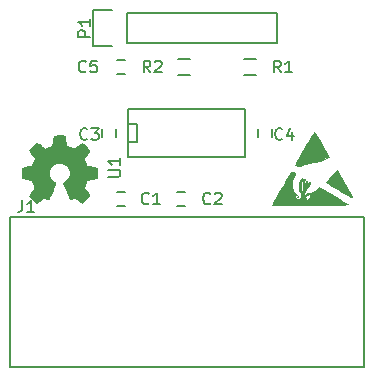
<source format=gto>
G04 #@! TF.FileFunction,Legend,Top*
%FSLAX46Y46*%
G04 Gerber Fmt 4.6, Leading zero omitted, Abs format (unit mm)*
G04 Created by KiCad (PCBNEW (2014-11-24 BZR 5301)-product) date Sat Mar 28 18:02:35 2015*
%MOMM*%
G01*
G04 APERTURE LIST*
%ADD10C,0.100000*%
%ADD11C,0.002540*%
%ADD12C,0.150000*%
G04 APERTURE END LIST*
D10*
G36*
X151549100Y-98221018D02*
X151487719Y-98240355D01*
X151268862Y-98257391D01*
X150904373Y-98271836D01*
X150406098Y-98283400D01*
X149785881Y-98291796D01*
X149055567Y-98296734D01*
X148395266Y-98298000D01*
X147674016Y-98296874D01*
X147008734Y-98293665D01*
X146417762Y-98288626D01*
X145919439Y-98282009D01*
X145532105Y-98274068D01*
X145274099Y-98265057D01*
X145163763Y-98255227D01*
X145161000Y-98253377D01*
X145201130Y-98167769D01*
X145310558Y-97964816D01*
X145472841Y-97673196D01*
X145671538Y-97321588D01*
X145890205Y-96938668D01*
X146112399Y-96553115D01*
X146321679Y-96193605D01*
X146501602Y-95888817D01*
X146635724Y-95667427D01*
X146702648Y-95564584D01*
X146806872Y-95463474D01*
X146922523Y-95494957D01*
X146976198Y-95532109D01*
X147071348Y-95613450D01*
X147088253Y-95699166D01*
X147023247Y-95843667D01*
X146946282Y-95976339D01*
X146840909Y-96172474D01*
X146797442Y-96335979D01*
X146808744Y-96534766D01*
X146859763Y-96799586D01*
X146945423Y-97117308D01*
X147045209Y-97299512D01*
X147142683Y-97368905D01*
X147255533Y-97423229D01*
X147214075Y-97443527D01*
X147168854Y-97445967D01*
X147067520Y-97474433D01*
X147087231Y-97579011D01*
X147111083Y-97625805D01*
X147255301Y-97767343D01*
X147421814Y-97771314D01*
X147556281Y-97651147D01*
X147601786Y-97504519D01*
X147592845Y-97297152D01*
X147538286Y-97170086D01*
X147462040Y-97006671D01*
X147439956Y-96762739D01*
X147464182Y-96489933D01*
X147526868Y-96239895D01*
X147620162Y-96064267D01*
X147714346Y-96012000D01*
X147750041Y-96060071D01*
X147695680Y-96145410D01*
X147621439Y-96309015D01*
X147575286Y-96548312D01*
X147561655Y-96799816D01*
X147584977Y-97000045D01*
X147630503Y-97079091D01*
X147739829Y-97082957D01*
X147800275Y-96966200D01*
X147795710Y-96774333D01*
X147770829Y-96683163D01*
X147737656Y-96401516D01*
X147782455Y-96272001D01*
X147880915Y-96120467D01*
X147918776Y-96118433D01*
X147876720Y-96259077D01*
X147859139Y-96299091D01*
X147811176Y-96524599D01*
X147858379Y-96658925D01*
X147920539Y-96744373D01*
X147946773Y-96694404D01*
X147952425Y-96546164D01*
X147974760Y-96345442D01*
X148025195Y-96232738D01*
X148027436Y-96231226D01*
X148067727Y-96265944D01*
X148059899Y-96395562D01*
X148061868Y-96558898D01*
X148118174Y-96604667D01*
X148191733Y-96539867D01*
X148191545Y-96483219D01*
X148193325Y-96385290D01*
X148290176Y-96352967D01*
X148384002Y-96350667D01*
X148384283Y-96408642D01*
X148293620Y-96559245D01*
X148162631Y-96731063D01*
X147986066Y-96960221D01*
X147901412Y-97130881D01*
X147886433Y-97309622D01*
X147908150Y-97493063D01*
X147978604Y-97763273D01*
X148085790Y-97869524D01*
X148232170Y-97813685D01*
X148276733Y-97773067D01*
X148361648Y-97622393D01*
X148368833Y-97465427D01*
X148299742Y-97371961D01*
X148268267Y-97366667D01*
X148116383Y-97421684D01*
X148051584Y-97472500D01*
X147979543Y-97527306D01*
X147996077Y-97444552D01*
X148004285Y-97422584D01*
X148103163Y-97310322D01*
X148284468Y-97310516D01*
X148461279Y-97306864D01*
X148646289Y-97204615D01*
X148808347Y-97061060D01*
X149111361Y-96767924D01*
X150290014Y-97455980D01*
X150694712Y-97694019D01*
X151049738Y-97906215D01*
X151328342Y-98076315D01*
X151503773Y-98188065D01*
X151549100Y-98221018D01*
X151549100Y-98221018D01*
X151549100Y-98221018D01*
G37*
X151549100Y-98221018D02*
X151487719Y-98240355D01*
X151268862Y-98257391D01*
X150904373Y-98271836D01*
X150406098Y-98283400D01*
X149785881Y-98291796D01*
X149055567Y-98296734D01*
X148395266Y-98298000D01*
X147674016Y-98296874D01*
X147008734Y-98293665D01*
X146417762Y-98288626D01*
X145919439Y-98282009D01*
X145532105Y-98274068D01*
X145274099Y-98265057D01*
X145163763Y-98255227D01*
X145161000Y-98253377D01*
X145201130Y-98167769D01*
X145310558Y-97964816D01*
X145472841Y-97673196D01*
X145671538Y-97321588D01*
X145890205Y-96938668D01*
X146112399Y-96553115D01*
X146321679Y-96193605D01*
X146501602Y-95888817D01*
X146635724Y-95667427D01*
X146702648Y-95564584D01*
X146806872Y-95463474D01*
X146922523Y-95494957D01*
X146976198Y-95532109D01*
X147071348Y-95613450D01*
X147088253Y-95699166D01*
X147023247Y-95843667D01*
X146946282Y-95976339D01*
X146840909Y-96172474D01*
X146797442Y-96335979D01*
X146808744Y-96534766D01*
X146859763Y-96799586D01*
X146945423Y-97117308D01*
X147045209Y-97299512D01*
X147142683Y-97368905D01*
X147255533Y-97423229D01*
X147214075Y-97443527D01*
X147168854Y-97445967D01*
X147067520Y-97474433D01*
X147087231Y-97579011D01*
X147111083Y-97625805D01*
X147255301Y-97767343D01*
X147421814Y-97771314D01*
X147556281Y-97651147D01*
X147601786Y-97504519D01*
X147592845Y-97297152D01*
X147538286Y-97170086D01*
X147462040Y-97006671D01*
X147439956Y-96762739D01*
X147464182Y-96489933D01*
X147526868Y-96239895D01*
X147620162Y-96064267D01*
X147714346Y-96012000D01*
X147750041Y-96060071D01*
X147695680Y-96145410D01*
X147621439Y-96309015D01*
X147575286Y-96548312D01*
X147561655Y-96799816D01*
X147584977Y-97000045D01*
X147630503Y-97079091D01*
X147739829Y-97082957D01*
X147800275Y-96966200D01*
X147795710Y-96774333D01*
X147770829Y-96683163D01*
X147737656Y-96401516D01*
X147782455Y-96272001D01*
X147880915Y-96120467D01*
X147918776Y-96118433D01*
X147876720Y-96259077D01*
X147859139Y-96299091D01*
X147811176Y-96524599D01*
X147858379Y-96658925D01*
X147920539Y-96744373D01*
X147946773Y-96694404D01*
X147952425Y-96546164D01*
X147974760Y-96345442D01*
X148025195Y-96232738D01*
X148027436Y-96231226D01*
X148067727Y-96265944D01*
X148059899Y-96395562D01*
X148061868Y-96558898D01*
X148118174Y-96604667D01*
X148191733Y-96539867D01*
X148191545Y-96483219D01*
X148193325Y-96385290D01*
X148290176Y-96352967D01*
X148384002Y-96350667D01*
X148384283Y-96408642D01*
X148293620Y-96559245D01*
X148162631Y-96731063D01*
X147986066Y-96960221D01*
X147901412Y-97130881D01*
X147886433Y-97309622D01*
X147908150Y-97493063D01*
X147978604Y-97763273D01*
X148085790Y-97869524D01*
X148232170Y-97813685D01*
X148276733Y-97773067D01*
X148361648Y-97622393D01*
X148368833Y-97465427D01*
X148299742Y-97371961D01*
X148268267Y-97366667D01*
X148116383Y-97421684D01*
X148051584Y-97472500D01*
X147979543Y-97527306D01*
X147996077Y-97444552D01*
X148004285Y-97422584D01*
X148103163Y-97310322D01*
X148284468Y-97310516D01*
X148461279Y-97306864D01*
X148646289Y-97204615D01*
X148808347Y-97061060D01*
X149111361Y-96767924D01*
X150290014Y-97455980D01*
X150694712Y-97694019D01*
X151049738Y-97906215D01*
X151328342Y-98076315D01*
X151503773Y-98188065D01*
X151549100Y-98221018D01*
X151549100Y-98221018D01*
G36*
X147362333Y-97578334D02*
X147320000Y-97620667D01*
X147277667Y-97578334D01*
X147320000Y-97536000D01*
X147362333Y-97578334D01*
X147362333Y-97578334D01*
X147362333Y-97578334D01*
G37*
X147362333Y-97578334D02*
X147320000Y-97620667D01*
X147277667Y-97578334D01*
X147320000Y-97536000D01*
X147362333Y-97578334D01*
X147362333Y-97578334D01*
G36*
X151884378Y-97591377D02*
X151874402Y-97613331D01*
X151780811Y-97569998D01*
X151569683Y-97456006D01*
X151269160Y-97287022D01*
X150907383Y-97078708D01*
X150771656Y-96999498D01*
X150400534Y-96778444D01*
X150088084Y-96585243D01*
X149860541Y-96436670D01*
X149744138Y-96349498D01*
X149734489Y-96336323D01*
X149786992Y-96251034D01*
X149927249Y-96076960D01*
X150127074Y-95848730D01*
X150168503Y-95803136D01*
X150604007Y-95326626D01*
X151063084Y-96113813D01*
X151278901Y-96483909D01*
X151487206Y-96841179D01*
X151658226Y-97134556D01*
X151731816Y-97260834D01*
X151839182Y-97464416D01*
X151884378Y-97591377D01*
X151884378Y-97591377D01*
X151884378Y-97591377D01*
G37*
X151884378Y-97591377D02*
X151874402Y-97613331D01*
X151780811Y-97569998D01*
X151569683Y-97456006D01*
X151269160Y-97287022D01*
X150907383Y-97078708D01*
X150771656Y-96999498D01*
X150400534Y-96778444D01*
X150088084Y-96585243D01*
X149860541Y-96436670D01*
X149744138Y-96349498D01*
X149734489Y-96336323D01*
X149786992Y-96251034D01*
X149927249Y-96076960D01*
X150127074Y-95848730D01*
X150168503Y-95803136D01*
X150604007Y-95326626D01*
X151063084Y-96113813D01*
X151278901Y-96483909D01*
X151487206Y-96841179D01*
X151658226Y-97134556D01*
X151731816Y-97260834D01*
X151839182Y-97464416D01*
X151884378Y-97591377D01*
X151884378Y-97591377D01*
G36*
X149967850Y-94191667D02*
X149668565Y-94348283D01*
X149443435Y-94435335D01*
X149112563Y-94526836D01*
X148738222Y-94606147D01*
X148641630Y-94622690D01*
X148251450Y-94701151D01*
X147924711Y-94795527D01*
X147711166Y-94891145D01*
X147696146Y-94901534D01*
X147504256Y-95006741D01*
X147344819Y-94989451D01*
X147314489Y-94974474D01*
X147172915Y-94895609D01*
X147124255Y-94865380D01*
X147150086Y-94785275D01*
X147248798Y-94588889D01*
X147404110Y-94303898D01*
X147599737Y-93957978D01*
X147819396Y-93578805D01*
X148046805Y-93194054D01*
X148265680Y-92831401D01*
X148459737Y-92518521D01*
X148612695Y-92283091D01*
X148708269Y-92152786D01*
X148730198Y-92135844D01*
X148796816Y-92214500D01*
X148928840Y-92413360D01*
X149108920Y-92704892D01*
X149319706Y-93061565D01*
X149385655Y-93175966D01*
X149967850Y-94191667D01*
X149967850Y-94191667D01*
X149967850Y-94191667D01*
G37*
X149967850Y-94191667D02*
X149668565Y-94348283D01*
X149443435Y-94435335D01*
X149112563Y-94526836D01*
X148738222Y-94606147D01*
X148641630Y-94622690D01*
X148251450Y-94701151D01*
X147924711Y-94795527D01*
X147711166Y-94891145D01*
X147696146Y-94901534D01*
X147504256Y-95006741D01*
X147344819Y-94989451D01*
X147314489Y-94974474D01*
X147172915Y-94895609D01*
X147124255Y-94865380D01*
X147150086Y-94785275D01*
X147248798Y-94588889D01*
X147404110Y-94303898D01*
X147599737Y-93957978D01*
X147819396Y-93578805D01*
X148046805Y-93194054D01*
X148265680Y-92831401D01*
X148459737Y-92518521D01*
X148612695Y-92283091D01*
X148708269Y-92152786D01*
X148730198Y-92135844D01*
X148796816Y-92214500D01*
X148928840Y-92413360D01*
X149108920Y-92704892D01*
X149319706Y-93061565D01*
X149385655Y-93175966D01*
X149967850Y-94191667D01*
X149967850Y-94191667D01*
D11*
G36*
X125201680Y-98102420D02*
X125237240Y-98084640D01*
X125310900Y-98036380D01*
X125417580Y-97967800D01*
X125542040Y-97883980D01*
X125666500Y-97797620D01*
X125770640Y-97729040D01*
X125844300Y-97683320D01*
X125874780Y-97665540D01*
X125890020Y-97673160D01*
X125950980Y-97701100D01*
X126037340Y-97746820D01*
X126085600Y-97772220D01*
X126166880Y-97807780D01*
X126204980Y-97812860D01*
X126212600Y-97802700D01*
X126240540Y-97741740D01*
X126286260Y-97637600D01*
X126347220Y-97500440D01*
X126415800Y-97337880D01*
X126489460Y-97165160D01*
X126563120Y-96987360D01*
X126634240Y-96819720D01*
X126695200Y-96667320D01*
X126746000Y-96542860D01*
X126779020Y-96456500D01*
X126789180Y-96420940D01*
X126786640Y-96413320D01*
X126746000Y-96372680D01*
X126677420Y-96321880D01*
X126527560Y-96199960D01*
X126377700Y-96014540D01*
X126288800Y-95803720D01*
X126258320Y-95570040D01*
X126283720Y-95354140D01*
X126370080Y-95145860D01*
X126514860Y-94960440D01*
X126690120Y-94820740D01*
X126895860Y-94731840D01*
X127127000Y-94703900D01*
X127347980Y-94729300D01*
X127561340Y-94813120D01*
X127746760Y-94955360D01*
X127825500Y-95046800D01*
X127934720Y-95237300D01*
X127998220Y-95437960D01*
X128003300Y-95491300D01*
X127995680Y-95712280D01*
X127929640Y-95925640D01*
X127810260Y-96118680D01*
X127647700Y-96273620D01*
X127627380Y-96288860D01*
X127551180Y-96344740D01*
X127500380Y-96385380D01*
X127462280Y-96418400D01*
X127744220Y-97101660D01*
X127789940Y-97210880D01*
X127868680Y-97396300D01*
X127937260Y-97556320D01*
X127990600Y-97685860D01*
X128028700Y-97772220D01*
X128046480Y-97805240D01*
X128049020Y-97807780D01*
X128071880Y-97812860D01*
X128125220Y-97792540D01*
X128219200Y-97746820D01*
X128282700Y-97713800D01*
X128356360Y-97678240D01*
X128389380Y-97665540D01*
X128417320Y-97680780D01*
X128485900Y-97726500D01*
X128587500Y-97795080D01*
X128709420Y-97876360D01*
X128826260Y-97957640D01*
X128932940Y-98026220D01*
X129011680Y-98077020D01*
X129049780Y-98097340D01*
X129054860Y-98097340D01*
X129090420Y-98079560D01*
X129151380Y-98026220D01*
X129242820Y-97939860D01*
X129374900Y-97810320D01*
X129395220Y-97790000D01*
X129504440Y-97678240D01*
X129590800Y-97586800D01*
X129651760Y-97520760D01*
X129672080Y-97490280D01*
X129672080Y-97490280D01*
X129651760Y-97454720D01*
X129603500Y-97375980D01*
X129532380Y-97266760D01*
X129446020Y-97139760D01*
X129219960Y-96812100D01*
X129344420Y-96502220D01*
X129382520Y-96405700D01*
X129430780Y-96291400D01*
X129466340Y-96210120D01*
X129484120Y-96172020D01*
X129519680Y-96161860D01*
X129603500Y-96141540D01*
X129725420Y-96116140D01*
X129872740Y-96088200D01*
X130012440Y-96062800D01*
X130139440Y-96037400D01*
X130230880Y-96019620D01*
X130271520Y-96012000D01*
X130281680Y-96006920D01*
X130289300Y-95986600D01*
X130296920Y-95943420D01*
X130299460Y-95867220D01*
X130299460Y-95745300D01*
X130299460Y-95570040D01*
X130299460Y-95552260D01*
X130299460Y-95384620D01*
X130296920Y-95252540D01*
X130291840Y-95166180D01*
X130286760Y-95130620D01*
X130284220Y-95130620D01*
X130246120Y-95120460D01*
X130157220Y-95102680D01*
X130030220Y-95077280D01*
X129880360Y-95049340D01*
X129870200Y-95046800D01*
X129720340Y-95018860D01*
X129593340Y-94990920D01*
X129506980Y-94970600D01*
X129468880Y-94960440D01*
X129461260Y-94950280D01*
X129430780Y-94891860D01*
X129387600Y-94797880D01*
X129336800Y-94683580D01*
X129288540Y-94566740D01*
X129245360Y-94460060D01*
X129217420Y-94381320D01*
X129209800Y-94345760D01*
X129209800Y-94343220D01*
X129232660Y-94307660D01*
X129283460Y-94231460D01*
X129357120Y-94122240D01*
X129443480Y-93995240D01*
X129451100Y-93985080D01*
X129537460Y-93858080D01*
X129608580Y-93751400D01*
X129654300Y-93675200D01*
X129672080Y-93639640D01*
X129672080Y-93637100D01*
X129644140Y-93599000D01*
X129578100Y-93527880D01*
X129486660Y-93431360D01*
X129374900Y-93319600D01*
X129339340Y-93284040D01*
X129214880Y-93164660D01*
X129131060Y-93083380D01*
X129077720Y-93042740D01*
X129052320Y-93032580D01*
X129049780Y-93035120D01*
X129011680Y-93057980D01*
X128932940Y-93108780D01*
X128823720Y-93182440D01*
X128694180Y-93271340D01*
X128684020Y-93276420D01*
X128559560Y-93362780D01*
X128452880Y-93433900D01*
X128376680Y-93484700D01*
X128343660Y-93505020D01*
X128338580Y-93505020D01*
X128287780Y-93489780D01*
X128196340Y-93456760D01*
X128087120Y-93413580D01*
X127967740Y-93367860D01*
X127861060Y-93322140D01*
X127782320Y-93284040D01*
X127744220Y-93263720D01*
X127744220Y-93261180D01*
X127728980Y-93215460D01*
X127708660Y-93121480D01*
X127680720Y-92991940D01*
X127650240Y-92834460D01*
X127647700Y-92811600D01*
X127617220Y-92659200D01*
X127594360Y-92534740D01*
X127576580Y-92448380D01*
X127566420Y-92412820D01*
X127546100Y-92407740D01*
X127472440Y-92402660D01*
X127358140Y-92400120D01*
X127223520Y-92397580D01*
X127078740Y-92397580D01*
X126939040Y-92402660D01*
X126819660Y-92405200D01*
X126733300Y-92412820D01*
X126697740Y-92417900D01*
X126697740Y-92420440D01*
X126682500Y-92468700D01*
X126662180Y-92562680D01*
X126636780Y-92694760D01*
X126606300Y-92849700D01*
X126601220Y-92877640D01*
X126573280Y-93027500D01*
X126547880Y-93151960D01*
X126527560Y-93238320D01*
X126519940Y-93271340D01*
X126504700Y-93278960D01*
X126443740Y-93304360D01*
X126342140Y-93347540D01*
X126217680Y-93398340D01*
X125925580Y-93515180D01*
X125569980Y-93271340D01*
X125536960Y-93248480D01*
X125409960Y-93162120D01*
X125303280Y-93091000D01*
X125229620Y-93045280D01*
X125199140Y-93027500D01*
X125196600Y-93027500D01*
X125161040Y-93060520D01*
X125092460Y-93126560D01*
X124995940Y-93220540D01*
X124881640Y-93332300D01*
X124800360Y-93413580D01*
X124701300Y-93515180D01*
X124640340Y-93581220D01*
X124604780Y-93624400D01*
X124592080Y-93649800D01*
X124597160Y-93667580D01*
X124620020Y-93705680D01*
X124670820Y-93781880D01*
X124744480Y-93891100D01*
X124830840Y-94018100D01*
X124901960Y-94122240D01*
X124980700Y-94241620D01*
X125031500Y-94327980D01*
X125049280Y-94368620D01*
X125044200Y-94386400D01*
X125018800Y-94457520D01*
X124975620Y-94561660D01*
X124922280Y-94688660D01*
X124800360Y-94970600D01*
X124614940Y-95006160D01*
X124503180Y-95026480D01*
X124345700Y-95056960D01*
X124195840Y-95084900D01*
X123962160Y-95130620D01*
X123952000Y-95991680D01*
X123990100Y-96006920D01*
X124023120Y-96014540D01*
X124109480Y-96034860D01*
X124233940Y-96060260D01*
X124381260Y-96085660D01*
X124505720Y-96111060D01*
X124630180Y-96133920D01*
X124721620Y-96151700D01*
X124759720Y-96159320D01*
X124769880Y-96172020D01*
X124802900Y-96232980D01*
X124846080Y-96329500D01*
X124896880Y-96446340D01*
X124947680Y-96568260D01*
X124990860Y-96677480D01*
X125021340Y-96763840D01*
X125034040Y-96807020D01*
X125016260Y-96840040D01*
X124968000Y-96913700D01*
X124899420Y-97017840D01*
X124813060Y-97142300D01*
X124729240Y-97266760D01*
X124658120Y-97373440D01*
X124607320Y-97452180D01*
X124587000Y-97485200D01*
X124597160Y-97510600D01*
X124645420Y-97569020D01*
X124739400Y-97668080D01*
X124879100Y-97805240D01*
X124901960Y-97828100D01*
X125013720Y-97934780D01*
X125107700Y-98021140D01*
X125173740Y-98079560D01*
X125201680Y-98102420D01*
X125201680Y-98102420D01*
G37*
X125201680Y-98102420D02*
X125237240Y-98084640D01*
X125310900Y-98036380D01*
X125417580Y-97967800D01*
X125542040Y-97883980D01*
X125666500Y-97797620D01*
X125770640Y-97729040D01*
X125844300Y-97683320D01*
X125874780Y-97665540D01*
X125890020Y-97673160D01*
X125950980Y-97701100D01*
X126037340Y-97746820D01*
X126085600Y-97772220D01*
X126166880Y-97807780D01*
X126204980Y-97812860D01*
X126212600Y-97802700D01*
X126240540Y-97741740D01*
X126286260Y-97637600D01*
X126347220Y-97500440D01*
X126415800Y-97337880D01*
X126489460Y-97165160D01*
X126563120Y-96987360D01*
X126634240Y-96819720D01*
X126695200Y-96667320D01*
X126746000Y-96542860D01*
X126779020Y-96456500D01*
X126789180Y-96420940D01*
X126786640Y-96413320D01*
X126746000Y-96372680D01*
X126677420Y-96321880D01*
X126527560Y-96199960D01*
X126377700Y-96014540D01*
X126288800Y-95803720D01*
X126258320Y-95570040D01*
X126283720Y-95354140D01*
X126370080Y-95145860D01*
X126514860Y-94960440D01*
X126690120Y-94820740D01*
X126895860Y-94731840D01*
X127127000Y-94703900D01*
X127347980Y-94729300D01*
X127561340Y-94813120D01*
X127746760Y-94955360D01*
X127825500Y-95046800D01*
X127934720Y-95237300D01*
X127998220Y-95437960D01*
X128003300Y-95491300D01*
X127995680Y-95712280D01*
X127929640Y-95925640D01*
X127810260Y-96118680D01*
X127647700Y-96273620D01*
X127627380Y-96288860D01*
X127551180Y-96344740D01*
X127500380Y-96385380D01*
X127462280Y-96418400D01*
X127744220Y-97101660D01*
X127789940Y-97210880D01*
X127868680Y-97396300D01*
X127937260Y-97556320D01*
X127990600Y-97685860D01*
X128028700Y-97772220D01*
X128046480Y-97805240D01*
X128049020Y-97807780D01*
X128071880Y-97812860D01*
X128125220Y-97792540D01*
X128219200Y-97746820D01*
X128282700Y-97713800D01*
X128356360Y-97678240D01*
X128389380Y-97665540D01*
X128417320Y-97680780D01*
X128485900Y-97726500D01*
X128587500Y-97795080D01*
X128709420Y-97876360D01*
X128826260Y-97957640D01*
X128932940Y-98026220D01*
X129011680Y-98077020D01*
X129049780Y-98097340D01*
X129054860Y-98097340D01*
X129090420Y-98079560D01*
X129151380Y-98026220D01*
X129242820Y-97939860D01*
X129374900Y-97810320D01*
X129395220Y-97790000D01*
X129504440Y-97678240D01*
X129590800Y-97586800D01*
X129651760Y-97520760D01*
X129672080Y-97490280D01*
X129672080Y-97490280D01*
X129651760Y-97454720D01*
X129603500Y-97375980D01*
X129532380Y-97266760D01*
X129446020Y-97139760D01*
X129219960Y-96812100D01*
X129344420Y-96502220D01*
X129382520Y-96405700D01*
X129430780Y-96291400D01*
X129466340Y-96210120D01*
X129484120Y-96172020D01*
X129519680Y-96161860D01*
X129603500Y-96141540D01*
X129725420Y-96116140D01*
X129872740Y-96088200D01*
X130012440Y-96062800D01*
X130139440Y-96037400D01*
X130230880Y-96019620D01*
X130271520Y-96012000D01*
X130281680Y-96006920D01*
X130289300Y-95986600D01*
X130296920Y-95943420D01*
X130299460Y-95867220D01*
X130299460Y-95745300D01*
X130299460Y-95570040D01*
X130299460Y-95552260D01*
X130299460Y-95384620D01*
X130296920Y-95252540D01*
X130291840Y-95166180D01*
X130286760Y-95130620D01*
X130284220Y-95130620D01*
X130246120Y-95120460D01*
X130157220Y-95102680D01*
X130030220Y-95077280D01*
X129880360Y-95049340D01*
X129870200Y-95046800D01*
X129720340Y-95018860D01*
X129593340Y-94990920D01*
X129506980Y-94970600D01*
X129468880Y-94960440D01*
X129461260Y-94950280D01*
X129430780Y-94891860D01*
X129387600Y-94797880D01*
X129336800Y-94683580D01*
X129288540Y-94566740D01*
X129245360Y-94460060D01*
X129217420Y-94381320D01*
X129209800Y-94345760D01*
X129209800Y-94343220D01*
X129232660Y-94307660D01*
X129283460Y-94231460D01*
X129357120Y-94122240D01*
X129443480Y-93995240D01*
X129451100Y-93985080D01*
X129537460Y-93858080D01*
X129608580Y-93751400D01*
X129654300Y-93675200D01*
X129672080Y-93639640D01*
X129672080Y-93637100D01*
X129644140Y-93599000D01*
X129578100Y-93527880D01*
X129486660Y-93431360D01*
X129374900Y-93319600D01*
X129339340Y-93284040D01*
X129214880Y-93164660D01*
X129131060Y-93083380D01*
X129077720Y-93042740D01*
X129052320Y-93032580D01*
X129049780Y-93035120D01*
X129011680Y-93057980D01*
X128932940Y-93108780D01*
X128823720Y-93182440D01*
X128694180Y-93271340D01*
X128684020Y-93276420D01*
X128559560Y-93362780D01*
X128452880Y-93433900D01*
X128376680Y-93484700D01*
X128343660Y-93505020D01*
X128338580Y-93505020D01*
X128287780Y-93489780D01*
X128196340Y-93456760D01*
X128087120Y-93413580D01*
X127967740Y-93367860D01*
X127861060Y-93322140D01*
X127782320Y-93284040D01*
X127744220Y-93263720D01*
X127744220Y-93261180D01*
X127728980Y-93215460D01*
X127708660Y-93121480D01*
X127680720Y-92991940D01*
X127650240Y-92834460D01*
X127647700Y-92811600D01*
X127617220Y-92659200D01*
X127594360Y-92534740D01*
X127576580Y-92448380D01*
X127566420Y-92412820D01*
X127546100Y-92407740D01*
X127472440Y-92402660D01*
X127358140Y-92400120D01*
X127223520Y-92397580D01*
X127078740Y-92397580D01*
X126939040Y-92402660D01*
X126819660Y-92405200D01*
X126733300Y-92412820D01*
X126697740Y-92417900D01*
X126697740Y-92420440D01*
X126682500Y-92468700D01*
X126662180Y-92562680D01*
X126636780Y-92694760D01*
X126606300Y-92849700D01*
X126601220Y-92877640D01*
X126573280Y-93027500D01*
X126547880Y-93151960D01*
X126527560Y-93238320D01*
X126519940Y-93271340D01*
X126504700Y-93278960D01*
X126443740Y-93304360D01*
X126342140Y-93347540D01*
X126217680Y-93398340D01*
X125925580Y-93515180D01*
X125569980Y-93271340D01*
X125536960Y-93248480D01*
X125409960Y-93162120D01*
X125303280Y-93091000D01*
X125229620Y-93045280D01*
X125199140Y-93027500D01*
X125196600Y-93027500D01*
X125161040Y-93060520D01*
X125092460Y-93126560D01*
X124995940Y-93220540D01*
X124881640Y-93332300D01*
X124800360Y-93413580D01*
X124701300Y-93515180D01*
X124640340Y-93581220D01*
X124604780Y-93624400D01*
X124592080Y-93649800D01*
X124597160Y-93667580D01*
X124620020Y-93705680D01*
X124670820Y-93781880D01*
X124744480Y-93891100D01*
X124830840Y-94018100D01*
X124901960Y-94122240D01*
X124980700Y-94241620D01*
X125031500Y-94327980D01*
X125049280Y-94368620D01*
X125044200Y-94386400D01*
X125018800Y-94457520D01*
X124975620Y-94561660D01*
X124922280Y-94688660D01*
X124800360Y-94970600D01*
X124614940Y-95006160D01*
X124503180Y-95026480D01*
X124345700Y-95056960D01*
X124195840Y-95084900D01*
X123962160Y-95130620D01*
X123952000Y-95991680D01*
X123990100Y-96006920D01*
X124023120Y-96014540D01*
X124109480Y-96034860D01*
X124233940Y-96060260D01*
X124381260Y-96085660D01*
X124505720Y-96111060D01*
X124630180Y-96133920D01*
X124721620Y-96151700D01*
X124759720Y-96159320D01*
X124769880Y-96172020D01*
X124802900Y-96232980D01*
X124846080Y-96329500D01*
X124896880Y-96446340D01*
X124947680Y-96568260D01*
X124990860Y-96677480D01*
X125021340Y-96763840D01*
X125034040Y-96807020D01*
X125016260Y-96840040D01*
X124968000Y-96913700D01*
X124899420Y-97017840D01*
X124813060Y-97142300D01*
X124729240Y-97266760D01*
X124658120Y-97373440D01*
X124607320Y-97452180D01*
X124587000Y-97485200D01*
X124597160Y-97510600D01*
X124645420Y-97569020D01*
X124739400Y-97668080D01*
X124879100Y-97805240D01*
X124901960Y-97828100D01*
X125013720Y-97934780D01*
X125107700Y-98021140D01*
X125173740Y-98079560D01*
X125201680Y-98102420D01*
D12*
X131984000Y-86014000D02*
X132684000Y-86014000D01*
X132684000Y-87214000D02*
X131984000Y-87214000D01*
X143926000Y-92552000D02*
X143926000Y-91852000D01*
X145126000Y-91852000D02*
X145126000Y-92552000D01*
X130718000Y-92552000D02*
X130718000Y-91852000D01*
X131918000Y-91852000D02*
X131918000Y-92552000D01*
X137064000Y-97190000D02*
X137764000Y-97190000D01*
X137764000Y-98390000D02*
X137064000Y-98390000D01*
X131984000Y-97190000D02*
X132684000Y-97190000D01*
X132684000Y-98390000D02*
X131984000Y-98390000D01*
X138168000Y-87289000D02*
X137168000Y-87289000D01*
X137168000Y-85939000D02*
X138168000Y-85939000D01*
X142756000Y-85939000D02*
X143756000Y-85939000D01*
X143756000Y-87289000D02*
X142756000Y-87289000D01*
X132842000Y-82042000D02*
X145542000Y-82042000D01*
X145542000Y-82042000D02*
X145542000Y-84582000D01*
X145542000Y-84582000D02*
X132842000Y-84582000D01*
X130022000Y-81762000D02*
X131572000Y-81762000D01*
X132842000Y-82042000D02*
X132842000Y-84582000D01*
X131572000Y-84862000D02*
X130022000Y-84862000D01*
X130022000Y-84862000D02*
X130022000Y-81762000D01*
X132969000Y-91440000D02*
X133731000Y-91440000D01*
X133731000Y-91440000D02*
X133731000Y-92964000D01*
X133731000Y-92964000D02*
X132969000Y-92964000D01*
X142875000Y-90170000D02*
X142875000Y-94234000D01*
X142875000Y-94234000D02*
X132969000Y-94234000D01*
X132969000Y-94234000D02*
X132969000Y-90170000D01*
X132969000Y-90170000D02*
X142875000Y-90170000D01*
X122936000Y-112014000D02*
X122936000Y-99568000D01*
X122936000Y-99568000D02*
X122936000Y-99314000D01*
X152908000Y-112014000D02*
X152908000Y-99314000D01*
X122936000Y-112014000D02*
X152908000Y-112014000D01*
X152908000Y-99314000D02*
X122936000Y-99314000D01*
X129373334Y-86971143D02*
X129325715Y-87018762D01*
X129182858Y-87066381D01*
X129087620Y-87066381D01*
X128944762Y-87018762D01*
X128849524Y-86923524D01*
X128801905Y-86828286D01*
X128754286Y-86637810D01*
X128754286Y-86494952D01*
X128801905Y-86304476D01*
X128849524Y-86209238D01*
X128944762Y-86114000D01*
X129087620Y-86066381D01*
X129182858Y-86066381D01*
X129325715Y-86114000D01*
X129373334Y-86161619D01*
X130278096Y-86066381D02*
X129801905Y-86066381D01*
X129754286Y-86542571D01*
X129801905Y-86494952D01*
X129897143Y-86447333D01*
X130135239Y-86447333D01*
X130230477Y-86494952D01*
X130278096Y-86542571D01*
X130325715Y-86637810D01*
X130325715Y-86875905D01*
X130278096Y-86971143D01*
X130230477Y-87018762D01*
X130135239Y-87066381D01*
X129897143Y-87066381D01*
X129801905Y-87018762D01*
X129754286Y-86971143D01*
X146010334Y-92686143D02*
X145962715Y-92733762D01*
X145819858Y-92781381D01*
X145724620Y-92781381D01*
X145581762Y-92733762D01*
X145486524Y-92638524D01*
X145438905Y-92543286D01*
X145391286Y-92352810D01*
X145391286Y-92209952D01*
X145438905Y-92019476D01*
X145486524Y-91924238D01*
X145581762Y-91829000D01*
X145724620Y-91781381D01*
X145819858Y-91781381D01*
X145962715Y-91829000D01*
X146010334Y-91876619D01*
X146867477Y-92114714D02*
X146867477Y-92781381D01*
X146629381Y-91733762D02*
X146391286Y-92448048D01*
X147010334Y-92448048D01*
X129500334Y-92686143D02*
X129452715Y-92733762D01*
X129309858Y-92781381D01*
X129214620Y-92781381D01*
X129071762Y-92733762D01*
X128976524Y-92638524D01*
X128928905Y-92543286D01*
X128881286Y-92352810D01*
X128881286Y-92209952D01*
X128928905Y-92019476D01*
X128976524Y-91924238D01*
X129071762Y-91829000D01*
X129214620Y-91781381D01*
X129309858Y-91781381D01*
X129452715Y-91829000D01*
X129500334Y-91876619D01*
X129833667Y-91781381D02*
X130452715Y-91781381D01*
X130119381Y-92162333D01*
X130262239Y-92162333D01*
X130357477Y-92209952D01*
X130405096Y-92257571D01*
X130452715Y-92352810D01*
X130452715Y-92590905D01*
X130405096Y-92686143D01*
X130357477Y-92733762D01*
X130262239Y-92781381D01*
X129976524Y-92781381D01*
X129881286Y-92733762D01*
X129833667Y-92686143D01*
X139914334Y-98147143D02*
X139866715Y-98194762D01*
X139723858Y-98242381D01*
X139628620Y-98242381D01*
X139485762Y-98194762D01*
X139390524Y-98099524D01*
X139342905Y-98004286D01*
X139295286Y-97813810D01*
X139295286Y-97670952D01*
X139342905Y-97480476D01*
X139390524Y-97385238D01*
X139485762Y-97290000D01*
X139628620Y-97242381D01*
X139723858Y-97242381D01*
X139866715Y-97290000D01*
X139914334Y-97337619D01*
X140295286Y-97337619D02*
X140342905Y-97290000D01*
X140438143Y-97242381D01*
X140676239Y-97242381D01*
X140771477Y-97290000D01*
X140819096Y-97337619D01*
X140866715Y-97432857D01*
X140866715Y-97528095D01*
X140819096Y-97670952D01*
X140247667Y-98242381D01*
X140866715Y-98242381D01*
X134707334Y-98147143D02*
X134659715Y-98194762D01*
X134516858Y-98242381D01*
X134421620Y-98242381D01*
X134278762Y-98194762D01*
X134183524Y-98099524D01*
X134135905Y-98004286D01*
X134088286Y-97813810D01*
X134088286Y-97670952D01*
X134135905Y-97480476D01*
X134183524Y-97385238D01*
X134278762Y-97290000D01*
X134421620Y-97242381D01*
X134516858Y-97242381D01*
X134659715Y-97290000D01*
X134707334Y-97337619D01*
X135659715Y-98242381D02*
X135088286Y-98242381D01*
X135374000Y-98242381D02*
X135374000Y-97242381D01*
X135278762Y-97385238D01*
X135183524Y-97480476D01*
X135088286Y-97528095D01*
X134834334Y-87066381D02*
X134501000Y-86590190D01*
X134262905Y-87066381D02*
X134262905Y-86066381D01*
X134643858Y-86066381D01*
X134739096Y-86114000D01*
X134786715Y-86161619D01*
X134834334Y-86256857D01*
X134834334Y-86399714D01*
X134786715Y-86494952D01*
X134739096Y-86542571D01*
X134643858Y-86590190D01*
X134262905Y-86590190D01*
X135215286Y-86161619D02*
X135262905Y-86114000D01*
X135358143Y-86066381D01*
X135596239Y-86066381D01*
X135691477Y-86114000D01*
X135739096Y-86161619D01*
X135786715Y-86256857D01*
X135786715Y-86352095D01*
X135739096Y-86494952D01*
X135167667Y-87066381D01*
X135786715Y-87066381D01*
X145883334Y-87066381D02*
X145550000Y-86590190D01*
X145311905Y-87066381D02*
X145311905Y-86066381D01*
X145692858Y-86066381D01*
X145788096Y-86114000D01*
X145835715Y-86161619D01*
X145883334Y-86256857D01*
X145883334Y-86399714D01*
X145835715Y-86494952D01*
X145788096Y-86542571D01*
X145692858Y-86590190D01*
X145311905Y-86590190D01*
X146835715Y-87066381D02*
X146264286Y-87066381D01*
X146550000Y-87066381D02*
X146550000Y-86066381D01*
X146454762Y-86209238D01*
X146359524Y-86304476D01*
X146264286Y-86352095D01*
X129738381Y-84050095D02*
X128738381Y-84050095D01*
X128738381Y-83669142D01*
X128786000Y-83573904D01*
X128833619Y-83526285D01*
X128928857Y-83478666D01*
X129071714Y-83478666D01*
X129166952Y-83526285D01*
X129214571Y-83573904D01*
X129262190Y-83669142D01*
X129262190Y-84050095D01*
X129738381Y-82526285D02*
X129738381Y-83097714D01*
X129738381Y-82812000D02*
X128738381Y-82812000D01*
X128881238Y-82907238D01*
X128976476Y-83002476D01*
X129024095Y-83097714D01*
X131278381Y-95884905D02*
X132087905Y-95884905D01*
X132183143Y-95837286D01*
X132230762Y-95789667D01*
X132278381Y-95694429D01*
X132278381Y-95503952D01*
X132230762Y-95408714D01*
X132183143Y-95361095D01*
X132087905Y-95313476D01*
X131278381Y-95313476D01*
X132278381Y-94313476D02*
X132278381Y-94884905D01*
X132278381Y-94599191D02*
X131278381Y-94599191D01*
X131421238Y-94694429D01*
X131516476Y-94789667D01*
X131564095Y-94884905D01*
X123999667Y-97877381D02*
X123999667Y-98591667D01*
X123952047Y-98734524D01*
X123856809Y-98829762D01*
X123713952Y-98877381D01*
X123618714Y-98877381D01*
X124999667Y-98877381D02*
X124428238Y-98877381D01*
X124713952Y-98877381D02*
X124713952Y-97877381D01*
X124618714Y-98020238D01*
X124523476Y-98115476D01*
X124428238Y-98163095D01*
M02*

</source>
